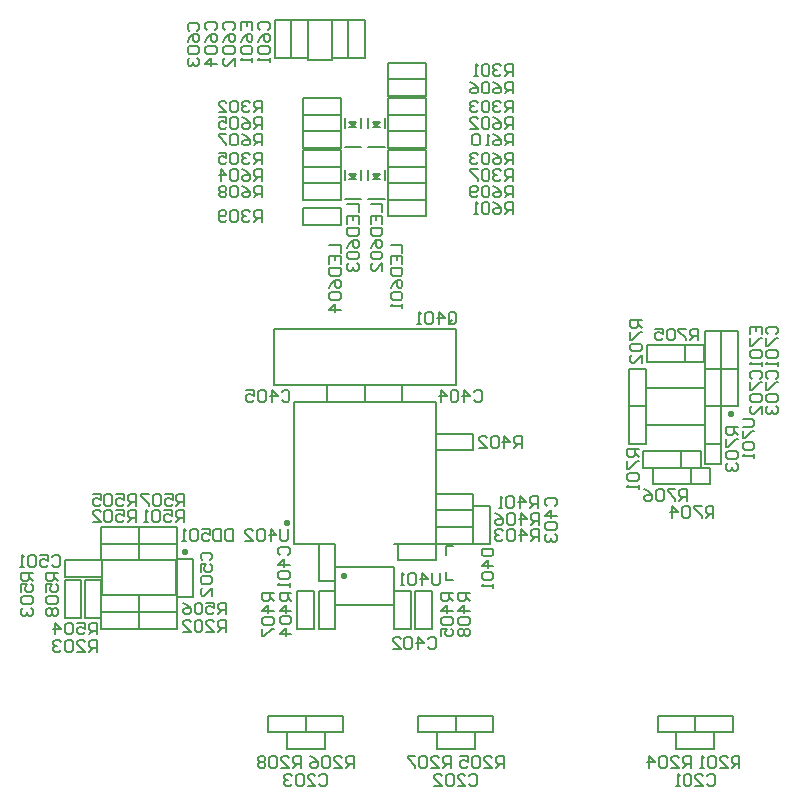
<source format=gbo>
G04*
G04 #@! TF.GenerationSoftware,Altium Limited,Altium Designer,22.1.2 (22)*
G04*
G04 Layer_Color=32896*
%FSAX44Y44*%
%MOMM*%
G71*
G04*
G04 #@! TF.SameCoordinates,84EC4855-0AA3-41C5-BBCE-46EE62212C49*
G04*
G04*
G04 #@! TF.FilePolarity,Positive*
G04*
G01*
G75*
%ADD10C,0.1530*%
%ADD12C,0.2000*%
%ADD13C,0.2540*%
G36*
X00457000Y00525000D02*
X00463000D01*
X00463000Y00524000D01*
X00460000Y00521000D01*
X00457000Y00525000D01*
D02*
G37*
G36*
X00477000Y00525000D02*
X00483000D01*
Y00524000D01*
X00480000Y00521000D01*
X00477000Y00525000D01*
D02*
G37*
G36*
X00457000Y00569000D02*
X00463000D01*
X00463000Y00568000D01*
X00460000Y00565000D01*
X00457000Y00569000D01*
D02*
G37*
G36*
X00477000D02*
X00483000D01*
X00483000Y00568000D01*
X00480000Y00565000D01*
X00477000Y00569000D01*
D02*
G37*
D10*
X00310000Y00168000D02*
Y00198000D01*
X00248000D02*
X00310000D01*
X00248000Y00168000D02*
Y00198000D01*
Y00168000D02*
X00310000D01*
X00422000Y00655000D02*
X00442000D01*
X00422000Y00621000D02*
Y00655000D01*
Y00621000D02*
X00442000D01*
Y00655000D01*
X00445000Y00160000D02*
X00495000D01*
X00445000Y00192000D02*
X00495000D01*
Y00160000D02*
Y00192000D01*
X00445000Y00160000D02*
Y00192000D01*
X00431000Y00180000D02*
Y00212000D01*
Y00180000D02*
X00445000Y00180000D01*
Y00212000D01*
X00431000Y00212000D02*
X00445000Y00212000D01*
X00279000Y00212000D02*
Y00226000D01*
X00311000D01*
Y00212000D02*
Y00226000D01*
X00279000Y00212000D02*
X00311000D01*
X00531000Y00038000D02*
X00563000D01*
Y00052000D01*
X00531000D02*
X00563000D01*
X00531000Y00038000D02*
Y00052000D01*
X00404000Y00038000D02*
X00436000D01*
Y00052000D01*
X00404000D02*
X00436000D01*
X00404000Y00038000D02*
Y00052000D01*
X00734000Y00038000D02*
X00766000Y00038000D01*
X00766000Y00052000D01*
X00734000D02*
X00766000D01*
X00734000Y00038000D02*
X00734000Y00052000D01*
X00438000Y00332000D02*
X00438000Y00346000D01*
X00470000D01*
Y00332000D02*
Y00346000D01*
X00438000Y00332000D02*
X00470000Y00332000D01*
X00393000Y00346000D02*
X00547000D01*
X00393000D02*
Y00394000D01*
X00547000Y00394000D01*
X00547000Y00346000D02*
X00547000Y00394000D01*
X00418000Y00482000D02*
Y00496000D01*
X00450000D01*
Y00482000D02*
Y00496000D01*
X00418000Y00482000D02*
X00450000D01*
X00495000Y00212000D02*
X00530000D01*
X00410000D02*
X00445000D01*
X00530000Y00212000D02*
Y00332000D01*
X00247000Y00140000D02*
Y00154000D01*
X00279000D01*
Y00140000D02*
Y00154000D01*
X00247000Y00140000D02*
X00279000D01*
X00216000Y00184000D02*
X00248000D01*
Y00198000D01*
X00216000D02*
X00248000D01*
X00216000Y00184000D02*
Y00198000D01*
X00279000Y00198000D02*
X00311000D01*
X00311000Y00212000D02*
X00311000Y00198000D01*
X00279000Y00212000D02*
X00311000D01*
X00279000Y00198000D02*
X00279000Y00212000D01*
X00279000Y00168000D02*
X00311000D01*
X00279000D02*
X00279000Y00154000D01*
X00311000D01*
X00311000Y00168000D01*
X00311000Y00140000D02*
Y00154000D01*
X00279000Y00140000D02*
X00311000D01*
X00279000D02*
Y00154000D01*
X00311000D01*
X00247000Y00154000D02*
X00279000D01*
X00279000Y00168000D02*
X00279000Y00154000D01*
X00247000Y00168000D02*
X00279000D01*
X00247000Y00154000D02*
X00247000Y00168000D01*
X00247000Y00149000D02*
Y00181000D01*
X00233000Y00181000D02*
X00247000Y00181000D01*
X00233000Y00149000D02*
Y00181000D01*
Y00149000D02*
X00247000Y00149000D01*
X00216000Y00149000D02*
Y00181000D01*
Y00149000D02*
X00230000Y00149000D01*
X00230000Y00181000D02*
X00230000Y00149000D01*
X00216000Y00181000D02*
X00230000D01*
X00325000Y00167000D02*
Y00199000D01*
X00311000D02*
X00325000D01*
X00311000Y00167000D02*
Y00199000D01*
Y00167000D02*
X00325000D01*
X00247000Y00226000D02*
X00279000D01*
X00247000Y00212000D02*
X00247000Y00226000D01*
X00247000Y00212000D02*
X00279000Y00212000D01*
Y00226000D01*
X00247000Y00212000D02*
X00279000D01*
X00247000D02*
X00247000Y00198000D01*
X00279000D01*
X00279000Y00212000D01*
X00410000Y00332000D02*
X00530000D01*
X00410000Y00212000D02*
Y00332000D01*
X00579000Y00052000D02*
Y00066000D01*
X00547000Y00052000D02*
X00579000D01*
X00547000D02*
Y00066000D01*
X00579000D01*
X00515000Y00052000D02*
Y00066000D01*
X00547000D01*
Y00052000D02*
Y00066000D01*
X00515000Y00052000D02*
X00547000D01*
X00388000D02*
Y00066000D01*
X00420000D01*
Y00052000D02*
Y00066000D01*
X00388000Y00052000D02*
X00420000D01*
X00452000D02*
Y00066000D01*
X00420000Y00052000D02*
X00452000D01*
X00420000D02*
Y00066000D01*
X00452000D01*
X00782000Y00066000D02*
X00782000Y00052000D01*
X00750000D02*
X00782000D01*
X00750000D02*
Y00066000D01*
X00782000D01*
X00718000Y00052000D02*
X00750000D01*
Y00066000D01*
X00718000D02*
X00750000D01*
X00718000Y00052000D02*
Y00066000D01*
X00539000Y00209500D02*
X00545000D01*
X00539000Y00202000D02*
Y00209500D01*
Y00181000D02*
X00545000D01*
X00539000Y00188000D02*
X00539000Y00181000D01*
X00498000Y00198000D02*
Y00212000D01*
X00530000D01*
Y00198000D02*
Y00212000D01*
X00498000Y00198000D02*
X00530000Y00198000D01*
X00530000Y00226000D02*
X00530000Y00240000D01*
X00562000D01*
X00562000Y00226000D02*
X00562000Y00240000D01*
X00530000Y00226000D02*
X00562000Y00226000D01*
X00530000Y00240000D02*
X00562000D01*
Y00254000D01*
X00530000D02*
X00562000D01*
X00530000Y00240000D02*
Y00254000D01*
X00562000Y00244000D02*
X00576000Y00244000D01*
X00576000Y00212000D02*
X00576000Y00244000D01*
X00562000Y00212000D02*
X00576000Y00212000D01*
X00562000Y00212000D02*
Y00244000D01*
Y00212000D02*
Y00226000D01*
X00530000Y00212000D02*
X00562000D01*
X00530000D02*
Y00226000D01*
X00562000D01*
X00530000Y00291000D02*
Y00305000D01*
X00562000D01*
X00562000Y00291000D01*
X00530000D02*
X00562000D01*
X00502000Y00332000D02*
Y00346000D01*
X00470000Y00332000D02*
X00502000D01*
X00470000D02*
X00470000Y00346000D01*
X00502000D01*
X00708000Y00344000D02*
X00758000D01*
X00708000Y00312000D02*
X00758000D01*
X00708000D02*
Y00344000D01*
X00758000Y00312000D02*
Y00344000D01*
X00694000Y00296000D02*
Y00328000D01*
Y00296000D02*
X00708000D01*
Y00328000D01*
X00694000D02*
X00708000D01*
Y00328000D02*
Y00360000D01*
X00694000D02*
X00708000D01*
X00694000Y00328000D02*
Y00360000D01*
Y00328000D02*
X00708000D01*
X00772000Y00360000D02*
X00786000D01*
X00772000D02*
Y00392000D01*
X00786000Y00392000D01*
Y00360000D02*
Y00392000D01*
X00758000Y00360000D02*
Y00392000D01*
X00772000Y00392000D01*
X00758000Y00360000D02*
X00772000Y00360000D01*
X00772000Y00392000D01*
X00709000Y00366000D02*
X00709000Y00380000D01*
X00741000D01*
X00741000Y00366000D02*
X00741000Y00380000D01*
X00709000Y00366000D02*
X00741000Y00366000D01*
X00757500Y00380000D02*
X00757500Y00366000D01*
X00741000D02*
X00757500D01*
X00741000Y00380000D02*
X00757500D01*
X00786000Y00328000D02*
Y00360000D01*
X00772000D02*
X00786000D01*
X00772000Y00328000D02*
Y00360000D01*
Y00328000D02*
X00786000D01*
X00758000Y00328000D02*
X00772000Y00328000D01*
Y00296000D02*
Y00328000D01*
X00758000Y00296000D02*
X00772000Y00296000D01*
X00758000Y00296000D02*
Y00328000D01*
Y00279500D02*
X00772000D01*
X00758000D02*
Y00296000D01*
X00772000Y00279500D02*
X00772000Y00296000D01*
X00714000Y00262000D02*
Y00276000D01*
X00746000D01*
Y00262000D02*
Y00276000D01*
X00714000Y00262000D02*
X00746000D01*
X00762500D02*
Y00276000D01*
X00746000Y00262000D02*
X00762500D01*
X00746000Y00276000D02*
X00762500D01*
X00706000Y00276000D02*
Y00290000D01*
X00738000Y00290000D01*
X00738000Y00276000D01*
X00706000D02*
X00738000D01*
X00754500D02*
X00754500Y00290000D01*
X00738000Y00276000D02*
X00754500D01*
X00738000Y00290000D02*
X00754500Y00290000D01*
X00490000Y00605000D02*
Y00619000D01*
X00522000D01*
Y00605000D02*
Y00619000D01*
X00490000Y00605000D02*
X00522000D01*
X00522000Y00591000D02*
Y00605000D01*
X00490000Y00591000D02*
X00522000D01*
X00490000D02*
Y00605000D01*
X00522000D01*
X00408000Y00655000D02*
X00422000Y00655000D01*
Y00623000D02*
Y00655000D01*
X00408000Y00623000D02*
X00422000D01*
X00408000D02*
Y00655000D01*
X00394000Y00655000D02*
X00408000D01*
Y00623000D02*
Y00655000D01*
X00394000Y00623000D02*
X00408000Y00623000D01*
X00394000Y00623000D02*
X00394000Y00655000D01*
X00418000Y00503000D02*
X00450000D01*
X00450000Y00517000D01*
X00418000D02*
X00450000D01*
X00418000D02*
X00418000Y00503000D01*
X00490000Y00561000D02*
X00522000D01*
X00490000Y00547000D02*
Y00561000D01*
Y00547000D02*
X00522000D01*
Y00561000D01*
X00490000Y00575000D02*
X00522000D01*
X00490000Y00561000D02*
Y00575000D01*
Y00561000D02*
X00522000D01*
Y00575000D01*
X00477000Y00569000D02*
X00480000Y00565000D01*
X00477000Y00569000D02*
X00483000D01*
X00480000Y00565000D02*
X00483000Y00569000D01*
X00477000Y00565000D02*
X00483000D01*
X00487000Y00564000D02*
Y00572000D01*
X00473000Y00564000D02*
Y00572000D01*
X00418000Y00547000D02*
X00450000D01*
Y00561000D01*
X00418000D02*
X00450000D01*
X00418000Y00547000D02*
Y00561000D01*
X00758000Y00328000D02*
X00772000D01*
X00758000D02*
Y00360000D01*
X00772000D01*
Y00328000D02*
Y00360000D01*
X00450000Y00531000D02*
Y00545000D01*
X00418000Y00531000D02*
X00450000D01*
X00418000D02*
Y00545000D01*
X00450000D01*
X00418000Y00517000D02*
Y00531000D01*
X00450000D01*
Y00517000D02*
Y00531000D01*
X00418000Y00517000D02*
X00450000D01*
X00453000Y00528000D02*
X00453000Y00520000D01*
X00467000D02*
Y00528000D01*
X00457000Y00521000D02*
X00463000D01*
X00460000Y00521000D02*
X00463000Y00525000D01*
X00457000D02*
X00463000D01*
X00457000D02*
X00460000Y00521000D01*
X00490000Y00517000D02*
Y00531000D01*
X00522000D01*
Y00517000D02*
Y00531000D01*
X00490000Y00517000D02*
X00522000D01*
Y00503000D02*
Y00517000D01*
X00490000Y00503000D02*
X00522000D01*
X00490000D02*
Y00517000D01*
X00522000D01*
X00473000Y00520000D02*
Y00528000D01*
X00487000Y00520000D02*
Y00528000D01*
X00477000Y00521000D02*
X00483000D01*
X00480000Y00521000D02*
X00483000Y00525000D01*
X00477000D02*
X00483000D01*
X00477000D02*
X00480000Y00521000D01*
X00522000Y00531000D02*
Y00545000D01*
X00490000Y00531000D02*
X00522000D01*
X00490000D02*
Y00545000D01*
X00522000D01*
X00418000Y00561000D02*
Y00575000D01*
X00450000D01*
Y00561000D02*
Y00575000D01*
X00418000Y00561000D02*
X00450000D01*
Y00575000D02*
Y00589000D01*
X00418000Y00575000D02*
X00450000D01*
X00418000D02*
Y00589000D01*
X00450000D01*
X00490000Y00575000D02*
Y00589000D01*
X00522000D01*
Y00575000D02*
Y00589000D01*
X00490000Y00575000D02*
X00522000D01*
X00453000Y00564000D02*
Y00572000D01*
X00467000Y00564000D02*
Y00572000D01*
X00457000Y00565000D02*
X00463000D01*
X00460000Y00565000D02*
X00463000Y00569000D01*
X00457000D02*
X00463000D01*
X00457000D02*
X00460000Y00565000D01*
X00522000Y00489000D02*
Y00503000D01*
X00490000Y00489000D02*
X00522000D01*
X00490000D02*
Y00503000D01*
X00522000D01*
X00456000Y00623000D02*
Y00655000D01*
X00442000Y00623000D02*
X00456000D01*
X00442000Y00655000D02*
X00456000Y00655000D01*
X00442000Y00623000D02*
X00442000Y00655000D01*
X00470000Y00623000D02*
Y00655000D01*
X00456000D02*
X00470000D01*
X00456000Y00623000D02*
Y00655000D01*
Y00623000D02*
X00470000Y00623000D01*
X00413000Y00172000D02*
X00427000D01*
Y00140000D02*
Y00172000D01*
X00413000Y00140000D02*
X00427000D01*
X00413000D02*
Y00172000D01*
X00431000Y00140000D02*
X00445000D01*
X00431000D02*
X00431000Y00172000D01*
X00445000Y00172000D01*
X00445000Y00140000D02*
X00445000Y00172000D01*
X00513000Y00171750D02*
X00527000D01*
Y00139750D02*
Y00171750D01*
X00513000Y00139750D02*
X00527000Y00139750D01*
X00513000Y00139750D02*
Y00171750D01*
X00495000Y00140000D02*
X00509000Y00140000D01*
X00495000Y00172000D02*
X00495000Y00140000D01*
X00495000Y00172000D02*
X00509000Y00172000D01*
Y00140000D02*
Y00172000D01*
D12*
X00473000Y00548000D02*
X00487000D01*
X00453000Y00504000D02*
X00467000Y00504000D01*
X00473000D02*
X00487000D01*
X00453000Y00548000D02*
X00467000D01*
X00383000Y00577002D02*
Y00586998D01*
X00378002D01*
X00376335Y00585332D01*
Y00582000D01*
X00378002Y00580334D01*
X00383000D01*
X00379668D02*
X00376335Y00577002D01*
X00373003Y00585332D02*
X00371337Y00586998D01*
X00368005D01*
X00366339Y00585332D01*
Y00583666D01*
X00368005Y00582000D01*
X00369671D01*
X00368005D01*
X00366339Y00580334D01*
Y00578668D01*
X00368005Y00577002D01*
X00371337D01*
X00373003Y00578668D01*
X00363006Y00585332D02*
X00361340Y00586998D01*
X00358008D01*
X00356342Y00585332D01*
Y00578668D01*
X00358008Y00577002D01*
X00361340D01*
X00363006Y00578668D01*
Y00585332D01*
X00346345Y00577002D02*
X00353010D01*
X00346345Y00583666D01*
Y00585332D01*
X00348011Y00586998D01*
X00351343D01*
X00353010Y00585332D01*
X00243000Y00135002D02*
Y00144998D01*
X00238002D01*
X00236336Y00143332D01*
Y00140000D01*
X00238002Y00138334D01*
X00243000D01*
X00239668D02*
X00236336Y00135002D01*
X00226339Y00144998D02*
X00233003D01*
Y00140000D01*
X00229671Y00141666D01*
X00228005D01*
X00226339Y00140000D01*
Y00136668D01*
X00228005Y00135002D01*
X00231337D01*
X00233003Y00136668D01*
X00223006Y00143332D02*
X00221340Y00144998D01*
X00218008D01*
X00216342Y00143332D01*
Y00136668D01*
X00218008Y00135002D01*
X00221340D01*
X00223006Y00136668D01*
Y00143332D01*
X00208011Y00135002D02*
Y00144998D01*
X00213010Y00140000D01*
X00206345D01*
X00544998Y00170000D02*
X00535002D01*
Y00165002D01*
X00536668Y00163335D01*
X00540000D01*
X00541666Y00165002D01*
Y00170000D01*
Y00166668D02*
X00544998Y00163335D01*
Y00155005D02*
X00535002D01*
X00540000Y00160003D01*
Y00153339D01*
X00536668Y00150006D02*
X00535002Y00148340D01*
Y00145008D01*
X00536668Y00143342D01*
X00543332D01*
X00544998Y00145008D01*
Y00148340D01*
X00543332Y00150006D01*
X00536668D01*
X00535002Y00133345D02*
Y00140010D01*
X00540000D01*
X00538334Y00136677D01*
Y00135011D01*
X00540000Y00133345D01*
X00543332D01*
X00544998Y00135011D01*
Y00138343D01*
X00543332Y00140010D01*
X00811668Y00351663D02*
X00810002Y00353329D01*
Y00356661D01*
X00811668Y00358327D01*
X00818332D01*
X00819998Y00356661D01*
Y00353329D01*
X00818332Y00351663D01*
X00810002Y00348331D02*
Y00341666D01*
X00811668D01*
X00818332Y00348331D01*
X00819998D01*
X00811668Y00338334D02*
X00810002Y00336668D01*
Y00333335D01*
X00811668Y00331669D01*
X00818332D01*
X00819998Y00333335D01*
Y00336668D01*
X00818332Y00338334D01*
X00811668D01*
Y00328337D02*
X00810002Y00326671D01*
Y00323339D01*
X00811668Y00321673D01*
X00813334D01*
X00815000Y00323339D01*
Y00325005D01*
Y00323339D01*
X00816666Y00321673D01*
X00818332D01*
X00819998Y00323339D01*
Y00326671D01*
X00818332Y00328337D01*
X00704998Y00401327D02*
X00695002D01*
Y00396329D01*
X00696668Y00394663D01*
X00700000D01*
X00701666Y00396329D01*
Y00401327D01*
Y00397995D02*
X00704998Y00394663D01*
X00695002Y00391331D02*
Y00384666D01*
X00696668D01*
X00703332Y00391331D01*
X00704998D01*
X00696668Y00381334D02*
X00695002Y00379668D01*
Y00376335D01*
X00696668Y00374669D01*
X00703332D01*
X00704998Y00376335D01*
Y00379668D01*
X00703332Y00381334D01*
X00696668D01*
X00704998Y00364673D02*
Y00371337D01*
X00698334Y00364673D01*
X00696668D01*
X00695002Y00366339D01*
Y00369671D01*
X00696668Y00371337D01*
X00701998Y00291661D02*
X00692002D01*
Y00286663D01*
X00693668Y00284997D01*
X00697000D01*
X00698666Y00286663D01*
Y00291661D01*
Y00288329D02*
X00701998Y00284997D01*
X00692002Y00281665D02*
Y00275000D01*
X00693668D01*
X00700332Y00281665D01*
X00701998D01*
X00693668Y00271668D02*
X00692002Y00270002D01*
Y00266669D01*
X00693668Y00265003D01*
X00700332D01*
X00701998Y00266669D01*
Y00270002D01*
X00700332Y00271668D01*
X00693668D01*
X00701998Y00261671D02*
Y00258339D01*
Y00260005D01*
X00692002D01*
X00693668Y00261671D01*
X00595661Y00593002D02*
Y00602998D01*
X00590663D01*
X00588997Y00601332D01*
Y00598000D01*
X00590663Y00596334D01*
X00595661D01*
X00592329D02*
X00588997Y00593002D01*
X00579000Y00602998D02*
X00582332Y00601332D01*
X00585664Y00598000D01*
Y00594668D01*
X00583998Y00593002D01*
X00580666D01*
X00579000Y00594668D01*
Y00596334D01*
X00580666Y00598000D01*
X00585664D01*
X00575668Y00601332D02*
X00574002Y00602998D01*
X00570669D01*
X00569003Y00601332D01*
Y00594668D01*
X00570669Y00593002D01*
X00574002D01*
X00575668Y00594668D01*
Y00601332D01*
X00559007Y00602998D02*
X00562339Y00601332D01*
X00565671Y00598000D01*
Y00594668D01*
X00564005Y00593002D01*
X00560673D01*
X00559007Y00594668D01*
Y00596334D01*
X00560673Y00598000D01*
X00565671D01*
X00383000Y00484002D02*
Y00493998D01*
X00378002D01*
X00376335Y00492332D01*
Y00489000D01*
X00378002Y00487334D01*
X00383000D01*
X00379668D02*
X00376335Y00484002D01*
X00373003Y00492332D02*
X00371337Y00493998D01*
X00368005D01*
X00366339Y00492332D01*
Y00490666D01*
X00368005Y00489000D01*
X00369671D01*
X00368005D01*
X00366339Y00487334D01*
Y00485668D01*
X00368005Y00484002D01*
X00371337D01*
X00373003Y00485668D01*
X00363006Y00492332D02*
X00361340Y00493998D01*
X00358008D01*
X00356342Y00492332D01*
Y00485668D01*
X00358008Y00484002D01*
X00361340D01*
X00363006Y00485668D01*
Y00492332D01*
X00353010Y00485668D02*
X00351343Y00484002D01*
X00348011D01*
X00346345Y00485668D01*
Y00492332D01*
X00348011Y00493998D01*
X00351343D01*
X00353010Y00492332D01*
Y00490666D01*
X00351343Y00489000D01*
X00346345D01*
X00595661Y00608002D02*
Y00617998D01*
X00590663D01*
X00588997Y00616332D01*
Y00613000D01*
X00590663Y00611334D01*
X00595661D01*
X00592329D02*
X00588997Y00608002D01*
X00585664Y00616332D02*
X00583998Y00617998D01*
X00580666D01*
X00579000Y00616332D01*
Y00614666D01*
X00580666Y00613000D01*
X00582332D01*
X00580666D01*
X00579000Y00611334D01*
Y00609668D01*
X00580666Y00608002D01*
X00583998D01*
X00585664Y00609668D01*
X00575668Y00616332D02*
X00574002Y00617998D01*
X00570669D01*
X00569003Y00616332D01*
Y00609668D01*
X00570669Y00608002D01*
X00574002D01*
X00575668Y00609668D01*
Y00616332D01*
X00565671Y00608002D02*
X00562339D01*
X00564005D01*
Y00617998D01*
X00565671Y00616332D01*
X00243000Y00120002D02*
Y00129998D01*
X00238002D01*
X00236336Y00128332D01*
Y00125000D01*
X00238002Y00123334D01*
X00243000D01*
X00239668D02*
X00236336Y00120002D01*
X00226339D02*
X00233003D01*
X00226339Y00126666D01*
Y00128332D01*
X00228005Y00129998D01*
X00231337D01*
X00233003Y00128332D01*
X00223006D02*
X00221340Y00129998D01*
X00218008D01*
X00216342Y00128332D01*
Y00121668D01*
X00218008Y00120002D01*
X00221340D01*
X00223006Y00121668D01*
Y00128332D01*
X00213010D02*
X00211343Y00129998D01*
X00208011D01*
X00206345Y00128332D01*
Y00126666D01*
X00208011Y00125000D01*
X00209677D01*
X00208011D01*
X00206345Y00123334D01*
Y00121668D01*
X00208011Y00120002D01*
X00211343D01*
X00213010Y00121668D01*
X00352655Y00137002D02*
Y00146998D01*
X00347657D01*
X00345990Y00145332D01*
Y00142000D01*
X00347657Y00140334D01*
X00352655D01*
X00349323D02*
X00345990Y00137002D01*
X00335994D02*
X00342658D01*
X00335994Y00143666D01*
Y00145332D01*
X00337660Y00146998D01*
X00340992D01*
X00342658Y00145332D01*
X00332661D02*
X00330995Y00146998D01*
X00327663D01*
X00325997Y00145332D01*
Y00138668D01*
X00327663Y00137002D01*
X00330995D01*
X00332661Y00138668D01*
Y00145332D01*
X00316000Y00137002D02*
X00322664D01*
X00316000Y00143666D01*
Y00145332D01*
X00317666Y00146998D01*
X00320998D01*
X00322664Y00145332D01*
X00796002Y00388997D02*
Y00395661D01*
X00805998D01*
Y00388997D01*
X00801000Y00395661D02*
Y00392329D01*
X00796002Y00385664D02*
Y00379000D01*
X00797668D01*
X00804332Y00385664D01*
X00805998D01*
X00797668Y00375668D02*
X00796002Y00374002D01*
Y00370669D01*
X00797668Y00369003D01*
X00804332D01*
X00805998Y00370669D01*
Y00374002D01*
X00804332Y00375668D01*
X00797668D01*
X00805998Y00365671D02*
Y00362339D01*
Y00364005D01*
X00796002D01*
X00797668Y00365671D01*
X00811668Y00388997D02*
X00810002Y00390663D01*
Y00393995D01*
X00811668Y00395661D01*
X00818332D01*
X00819998Y00393995D01*
Y00390663D01*
X00818332Y00388997D01*
X00810002Y00385664D02*
Y00379000D01*
X00811668D01*
X00818332Y00385664D01*
X00819998D01*
X00811668Y00375668D02*
X00810002Y00374002D01*
Y00370669D01*
X00811668Y00369003D01*
X00818332D01*
X00819998Y00370669D01*
Y00374002D01*
X00818332Y00375668D01*
X00811668D01*
X00819998Y00365671D02*
Y00362339D01*
Y00364005D01*
X00810002D01*
X00811668Y00365671D01*
X00431663Y00015332D02*
X00433329Y00016998D01*
X00436661D01*
X00438327Y00015332D01*
Y00008668D01*
X00436661Y00007002D01*
X00433329D01*
X00431663Y00008668D01*
X00421666Y00007002D02*
X00428331D01*
X00421666Y00013666D01*
Y00015332D01*
X00423332Y00016998D01*
X00426665D01*
X00428331Y00015332D01*
X00418334D02*
X00416668Y00016998D01*
X00413335D01*
X00411669Y00015332D01*
Y00008668D01*
X00413335Y00007002D01*
X00416668D01*
X00418334Y00008668D01*
Y00015332D01*
X00408337D02*
X00406671Y00016998D01*
X00403339D01*
X00401673Y00015332D01*
Y00013666D01*
X00403339Y00012000D01*
X00405005D01*
X00403339D01*
X00401673Y00010334D01*
Y00008668D01*
X00403339Y00007002D01*
X00406671D01*
X00408337Y00008668D01*
X00558663Y00015332D02*
X00560329Y00016998D01*
X00563661D01*
X00565327Y00015332D01*
Y00008668D01*
X00563661Y00007002D01*
X00560329D01*
X00558663Y00008668D01*
X00548666Y00007002D02*
X00555331D01*
X00548666Y00013666D01*
Y00015332D01*
X00550332Y00016998D01*
X00553665D01*
X00555331Y00015332D01*
X00545334D02*
X00543668Y00016998D01*
X00540336D01*
X00538669Y00015332D01*
Y00008668D01*
X00540336Y00007002D01*
X00543668D01*
X00545334Y00008668D01*
Y00015332D01*
X00528673Y00007002D02*
X00535337D01*
X00528673Y00013666D01*
Y00015332D01*
X00530339Y00016998D01*
X00533671D01*
X00535337Y00015332D01*
X00759997D02*
X00761663Y00016998D01*
X00764995D01*
X00766661Y00015332D01*
Y00008668D01*
X00764995Y00007002D01*
X00761663D01*
X00759997Y00008668D01*
X00750000Y00007002D02*
X00756665D01*
X00750000Y00013666D01*
Y00015332D01*
X00751666Y00016998D01*
X00754998D01*
X00756665Y00015332D01*
X00746668D02*
X00745002Y00016998D01*
X00741669D01*
X00740003Y00015332D01*
Y00008668D01*
X00741669Y00007002D01*
X00745002D01*
X00746668Y00008668D01*
Y00015332D01*
X00736671Y00007002D02*
X00733339D01*
X00735005D01*
Y00016998D01*
X00736671Y00015332D01*
X00617327Y00228002D02*
Y00237998D01*
X00612329D01*
X00610663Y00236332D01*
Y00233000D01*
X00612329Y00231334D01*
X00617327D01*
X00613995D02*
X00610663Y00228002D01*
X00602332D02*
Y00237998D01*
X00607331Y00233000D01*
X00600666D01*
X00597334Y00236332D02*
X00595668Y00237998D01*
X00592336D01*
X00590669Y00236332D01*
Y00229668D01*
X00592336Y00228002D01*
X00595668D01*
X00597334Y00229668D01*
Y00236332D01*
X00580673Y00237998D02*
X00584005Y00236332D01*
X00587337Y00233000D01*
Y00229668D01*
X00585671Y00228002D01*
X00582339D01*
X00580673Y00229668D01*
Y00231334D01*
X00582339Y00233000D01*
X00587337D01*
X00603327Y00293002D02*
Y00302998D01*
X00598329D01*
X00596663Y00301332D01*
Y00298000D01*
X00598329Y00296334D01*
X00603327D01*
X00599995D02*
X00596663Y00293002D01*
X00588332D02*
Y00302998D01*
X00593331Y00298000D01*
X00586666D01*
X00583334Y00301332D02*
X00581668Y00302998D01*
X00578335D01*
X00576669Y00301332D01*
Y00294668D01*
X00578335Y00293002D01*
X00581668D01*
X00583334Y00294668D01*
Y00301332D01*
X00566673Y00293002D02*
X00573337D01*
X00566673Y00299666D01*
Y00301332D01*
X00568339Y00302998D01*
X00571671D01*
X00573337Y00301332D01*
X00569002Y00207661D02*
X00578998D01*
Y00202663D01*
X00577332Y00200997D01*
X00570668D01*
X00569002Y00202663D01*
Y00207661D01*
X00578998Y00192666D02*
X00569002D01*
X00574000Y00197665D01*
Y00191000D01*
X00570668Y00187668D02*
X00569002Y00186002D01*
Y00182669D01*
X00570668Y00181003D01*
X00577332D01*
X00578998Y00182669D01*
Y00186002D01*
X00577332Y00187668D01*
X00570668D01*
X00578998Y00177671D02*
Y00174339D01*
Y00176005D01*
X00569002D01*
X00570668Y00177671D01*
X00399663Y00340332D02*
X00401329Y00341998D01*
X00404661D01*
X00406327Y00340332D01*
Y00333668D01*
X00404661Y00332002D01*
X00401329D01*
X00399663Y00333668D01*
X00391332Y00332002D02*
Y00341998D01*
X00396331Y00337000D01*
X00389666D01*
X00386334Y00340332D02*
X00384668Y00341998D01*
X00381335D01*
X00379669Y00340332D01*
Y00333668D01*
X00381335Y00332002D01*
X00384668D01*
X00386334Y00333668D01*
Y00340332D01*
X00369673Y00341998D02*
X00376337D01*
Y00337000D01*
X00373005Y00338666D01*
X00371339D01*
X00369673Y00337000D01*
Y00333668D01*
X00371339Y00332002D01*
X00374671D01*
X00376337Y00333668D01*
X00405327Y00223998D02*
Y00215668D01*
X00403661Y00214002D01*
X00400329D01*
X00398663Y00215668D01*
Y00223998D01*
X00390332Y00214002D02*
Y00223998D01*
X00395331Y00219000D01*
X00388666D01*
X00385334Y00222332D02*
X00383668Y00223998D01*
X00380336D01*
X00378669Y00222332D01*
Y00215668D01*
X00380336Y00214002D01*
X00383668D01*
X00385334Y00215668D01*
Y00222332D01*
X00368673Y00214002D02*
X00375337D01*
X00368673Y00220666D01*
Y00222332D01*
X00370339Y00223998D01*
X00373671D01*
X00375337Y00222332D01*
X00533661Y00186998D02*
Y00178668D01*
X00531995Y00177002D01*
X00528663D01*
X00526997Y00178668D01*
Y00186998D01*
X00518666Y00177002D02*
Y00186998D01*
X00523665Y00182000D01*
X00517000D01*
X00513668Y00185332D02*
X00512002Y00186998D01*
X00508669D01*
X00507003Y00185332D01*
Y00178668D01*
X00508669Y00177002D01*
X00512002D01*
X00513668Y00178668D01*
Y00185332D01*
X00503671Y00177002D02*
X00500339D01*
X00502005D01*
Y00186998D01*
X00503671Y00185332D01*
X00276327Y00230002D02*
Y00239998D01*
X00271329D01*
X00269663Y00238332D01*
Y00235000D01*
X00271329Y00233334D01*
X00276327D01*
X00272995D02*
X00269663Y00230002D01*
X00259666Y00239998D02*
X00266331D01*
Y00235000D01*
X00262998Y00236666D01*
X00261332D01*
X00259666Y00235000D01*
Y00231668D01*
X00261332Y00230002D01*
X00264664D01*
X00266331Y00231668D01*
X00256334Y00238332D02*
X00254668Y00239998D01*
X00251336D01*
X00249669Y00238332D01*
Y00231668D01*
X00251336Y00230002D01*
X00254668D01*
X00256334Y00231668D01*
Y00238332D01*
X00239673Y00230002D02*
X00246337D01*
X00239673Y00236666D01*
Y00238332D01*
X00241339Y00239998D01*
X00244671D01*
X00246337Y00238332D01*
X00316661Y00230002D02*
Y00239998D01*
X00311663D01*
X00309997Y00238332D01*
Y00235000D01*
X00311663Y00233334D01*
X00316661D01*
X00313329D02*
X00309997Y00230002D01*
X00300000Y00239998D02*
X00306665D01*
Y00235000D01*
X00303332Y00236666D01*
X00301666D01*
X00300000Y00235000D01*
Y00231668D01*
X00301666Y00230002D01*
X00304998D01*
X00306665Y00231668D01*
X00296668Y00238332D02*
X00295002Y00239998D01*
X00291669D01*
X00290003Y00238332D01*
Y00231668D01*
X00291669Y00230002D01*
X00295002D01*
X00296668Y00231668D01*
Y00238332D01*
X00286671Y00230002D02*
X00283339D01*
X00285005D01*
Y00239998D01*
X00286671Y00238332D01*
X00188998Y00187327D02*
X00179002D01*
Y00182329D01*
X00180668Y00180663D01*
X00184000D01*
X00185666Y00182329D01*
Y00187327D01*
Y00183995D02*
X00188998Y00180663D01*
X00179002Y00170666D02*
Y00177331D01*
X00184000D01*
X00182334Y00173998D01*
Y00172332D01*
X00184000Y00170666D01*
X00187332D01*
X00188998Y00172332D01*
Y00175665D01*
X00187332Y00177331D01*
X00180668Y00167334D02*
X00179002Y00165668D01*
Y00162335D01*
X00180668Y00160669D01*
X00187332D01*
X00188998Y00162335D01*
Y00165668D01*
X00187332Y00167334D01*
X00180668D01*
Y00157337D02*
X00179002Y00155671D01*
Y00152339D01*
X00180668Y00150673D01*
X00182334D01*
X00184000Y00152339D01*
Y00154005D01*
Y00152339D01*
X00185666Y00150673D01*
X00187332D01*
X00188998Y00152339D01*
Y00155671D01*
X00187332Y00157337D01*
X00558998Y00170000D02*
X00549002D01*
Y00165002D01*
X00550668Y00163335D01*
X00554000D01*
X00555666Y00165002D01*
Y00170000D01*
Y00166668D02*
X00558998Y00163335D01*
Y00155005D02*
X00549002D01*
X00554000Y00160003D01*
Y00153339D01*
X00550668Y00150007D02*
X00549002Y00148340D01*
Y00145008D01*
X00550668Y00143342D01*
X00557332D01*
X00558998Y00145008D01*
Y00148340D01*
X00557332Y00150007D01*
X00550668D01*
Y00140010D02*
X00549002Y00138343D01*
Y00135011D01*
X00550668Y00133345D01*
X00552334D01*
X00554000Y00135011D01*
X00555666Y00133345D01*
X00557332D01*
X00558998Y00135011D01*
Y00138343D01*
X00557332Y00140010D01*
X00555666D01*
X00554000Y00138343D01*
X00552334Y00140010D01*
X00550668D01*
X00554000Y00138343D02*
Y00135011D01*
X00392998Y00170000D02*
X00383002D01*
Y00165002D01*
X00384668Y00163335D01*
X00388000D01*
X00389666Y00165002D01*
Y00170000D01*
Y00166668D02*
X00392998Y00163335D01*
Y00155005D02*
X00383002D01*
X00388000Y00160003D01*
Y00153339D01*
X00384668Y00150006D02*
X00383002Y00148340D01*
Y00145008D01*
X00384668Y00143342D01*
X00391332D01*
X00392998Y00145008D01*
Y00148340D01*
X00391332Y00150006D01*
X00384668D01*
X00383002Y00140010D02*
Y00133345D01*
X00384668D01*
X00391332Y00140010D01*
X00392998D01*
X00407998Y00170192D02*
X00398002D01*
Y00165194D01*
X00399668Y00163527D01*
X00403000D01*
X00404666Y00165194D01*
Y00170192D01*
Y00166860D02*
X00407998Y00163527D01*
Y00155197D02*
X00398002D01*
X00403000Y00160195D01*
Y00153531D01*
X00399668Y00150198D02*
X00398002Y00148532D01*
Y00145200D01*
X00399668Y00143534D01*
X00406332D01*
X00407998Y00145200D01*
Y00148532D01*
X00406332Y00150198D01*
X00399668D01*
X00407998Y00135203D02*
X00398002D01*
X00403000Y00140202D01*
Y00133537D01*
X00617327Y00214002D02*
Y00223998D01*
X00612329D01*
X00610663Y00222332D01*
Y00219000D01*
X00612329Y00217334D01*
X00617327D01*
X00613995D02*
X00610663Y00214002D01*
X00602332D02*
Y00223998D01*
X00607331Y00219000D01*
X00600666D01*
X00597334Y00222332D02*
X00595668Y00223998D01*
X00592336D01*
X00590669Y00222332D01*
Y00215668D01*
X00592336Y00214002D01*
X00595668D01*
X00597334Y00215668D01*
Y00222332D01*
X00587337D02*
X00585671Y00223998D01*
X00582339D01*
X00580673Y00222332D01*
Y00220666D01*
X00582339Y00219000D01*
X00584005D01*
X00582339D01*
X00580673Y00217334D01*
Y00215668D01*
X00582339Y00214002D01*
X00585671D01*
X00587337Y00215668D01*
X00616661Y00242002D02*
Y00251998D01*
X00611663D01*
X00609997Y00250332D01*
Y00247000D01*
X00611663Y00245334D01*
X00616661D01*
X00613329D02*
X00609997Y00242002D01*
X00601666D02*
Y00251998D01*
X00606665Y00247000D01*
X00600000D01*
X00596668Y00250332D02*
X00595002Y00251998D01*
X00591669D01*
X00590003Y00250332D01*
Y00243668D01*
X00591669Y00242002D01*
X00595002D01*
X00596668Y00243668D01*
Y00250332D01*
X00586671Y00242002D02*
X00583339D01*
X00585005D01*
Y00251998D01*
X00586671Y00250332D01*
X00540997Y00399668D02*
Y00406332D01*
X00542663Y00407998D01*
X00545995D01*
X00547661Y00406332D01*
Y00399668D01*
X00545995Y00398002D01*
X00542663D01*
X00544329Y00401334D02*
X00540997Y00398002D01*
X00542663D02*
X00540997Y00399668D01*
X00532666Y00398002D02*
Y00407998D01*
X00537664Y00403000D01*
X00531000D01*
X00527668Y00406332D02*
X00526002Y00407998D01*
X00522669D01*
X00521003Y00406332D01*
Y00399668D01*
X00522669Y00398002D01*
X00526002D01*
X00527668Y00399668D01*
Y00406332D01*
X00517671Y00398002D02*
X00514339D01*
X00516005D01*
Y00407998D01*
X00517671Y00406332D01*
X00358660Y00223998D02*
Y00214002D01*
X00353661D01*
X00351995Y00215668D01*
Y00222332D01*
X00353661Y00223998D01*
X00358660D01*
X00348663D02*
Y00214002D01*
X00343665D01*
X00341998Y00215668D01*
Y00222332D01*
X00343665Y00223998D01*
X00348663D01*
X00332002D02*
X00338666D01*
Y00219000D01*
X00335334Y00220666D01*
X00333668D01*
X00332002Y00219000D01*
Y00215668D01*
X00333668Y00214002D01*
X00337000D01*
X00338666Y00215668D01*
X00328669Y00222332D02*
X00327003Y00223998D01*
X00323671D01*
X00322005Y00222332D01*
Y00215668D01*
X00323671Y00214002D01*
X00327003D01*
X00328669Y00215668D01*
Y00222332D01*
X00318673Y00214002D02*
X00315340D01*
X00317006D01*
Y00223998D01*
X00318673Y00222332D01*
X00332668Y00197663D02*
X00331002Y00199329D01*
Y00202661D01*
X00332668Y00204328D01*
X00339332D01*
X00340998Y00202661D01*
Y00199329D01*
X00339332Y00197663D01*
X00331002Y00187666D02*
Y00194331D01*
X00336000D01*
X00334334Y00190998D01*
Y00189332D01*
X00336000Y00187666D01*
X00339332D01*
X00340998Y00189332D01*
Y00192665D01*
X00339332Y00194331D01*
X00332668Y00184334D02*
X00331002Y00182668D01*
Y00179335D01*
X00332668Y00177669D01*
X00339332D01*
X00340998Y00179335D01*
Y00182668D01*
X00339332Y00184334D01*
X00332668D01*
X00340998Y00167673D02*
Y00174337D01*
X00334334Y00167673D01*
X00332668D01*
X00331002Y00169339D01*
Y00172671D01*
X00332668Y00174337D01*
X00204997Y00200332D02*
X00206663Y00201998D01*
X00209995D01*
X00211661Y00200332D01*
Y00193668D01*
X00209995Y00192002D01*
X00206663D01*
X00204997Y00193668D01*
X00195000Y00201998D02*
X00201665D01*
Y00197000D01*
X00198332Y00198666D01*
X00196666D01*
X00195000Y00197000D01*
Y00193668D01*
X00196666Y00192002D01*
X00199998D01*
X00201665Y00193668D01*
X00191668Y00200332D02*
X00190002Y00201998D01*
X00186669D01*
X00185003Y00200332D01*
Y00193668D01*
X00186669Y00192002D01*
X00190002D01*
X00191668Y00193668D01*
Y00200332D01*
X00181671Y00192002D02*
X00178339D01*
X00180005D01*
Y00201998D01*
X00181671Y00200332D01*
X00562663Y00340332D02*
X00564329Y00341998D01*
X00567661D01*
X00569327Y00340332D01*
Y00333668D01*
X00567661Y00332002D01*
X00564329D01*
X00562663Y00333668D01*
X00554332Y00332002D02*
Y00341998D01*
X00559331Y00337000D01*
X00552666D01*
X00549334Y00340332D02*
X00547668Y00341998D01*
X00544336D01*
X00542669Y00340332D01*
Y00333668D01*
X00544336Y00332002D01*
X00547668D01*
X00549334Y00333668D01*
Y00340332D01*
X00534339Y00332002D02*
Y00341998D01*
X00539337Y00337000D01*
X00532673D01*
X00624668Y00243663D02*
X00623002Y00245329D01*
Y00248661D01*
X00624668Y00250327D01*
X00631332D01*
X00632998Y00248661D01*
Y00245329D01*
X00631332Y00243663D01*
X00632998Y00235332D02*
X00623002D01*
X00628000Y00240331D01*
Y00233666D01*
X00624668Y00230334D02*
X00623002Y00228668D01*
Y00225335D01*
X00624668Y00223669D01*
X00631332D01*
X00632998Y00225335D01*
Y00228668D01*
X00631332Y00230334D01*
X00624668D01*
Y00220337D02*
X00623002Y00218671D01*
Y00215339D01*
X00624668Y00213673D01*
X00626334D01*
X00628000Y00215339D01*
Y00217005D01*
Y00215339D01*
X00629666Y00213673D01*
X00631332D01*
X00632998Y00215339D01*
Y00218671D01*
X00631332Y00220337D01*
X00523663Y00131332D02*
X00525329Y00132998D01*
X00528661D01*
X00530327Y00131332D01*
Y00124668D01*
X00528661Y00123002D01*
X00525329D01*
X00523663Y00124668D01*
X00515332Y00123002D02*
Y00132998D01*
X00520331Y00128000D01*
X00513666D01*
X00510334Y00131332D02*
X00508668Y00132998D01*
X00505336D01*
X00503669Y00131332D01*
Y00124668D01*
X00505336Y00123002D01*
X00508668D01*
X00510334Y00124668D01*
Y00131332D01*
X00493673Y00123002D02*
X00500337D01*
X00493673Y00129666D01*
Y00131332D01*
X00495339Y00132998D01*
X00498671D01*
X00500337Y00131332D01*
X00398668Y00201997D02*
X00397002Y00203663D01*
Y00206995D01*
X00398668Y00208661D01*
X00405332D01*
X00406998Y00206995D01*
Y00203663D01*
X00405332Y00201997D01*
X00406998Y00193666D02*
X00397002D01*
X00402000Y00198664D01*
Y00192000D01*
X00398668Y00188668D02*
X00397002Y00187002D01*
Y00183669D01*
X00398668Y00182003D01*
X00405332D01*
X00406998Y00183669D01*
Y00187002D01*
X00405332Y00188668D01*
X00398668D01*
X00406998Y00178671D02*
Y00175339D01*
Y00177005D01*
X00397002D01*
X00398668Y00178671D01*
X00790002Y00317661D02*
X00798332D01*
X00799998Y00315995D01*
Y00312663D01*
X00798332Y00310997D01*
X00790002D01*
Y00307665D02*
Y00301000D01*
X00791668D01*
X00798332Y00307665D01*
X00799998D01*
X00791668Y00297668D02*
X00790002Y00296002D01*
Y00292669D01*
X00791668Y00291003D01*
X00798332D01*
X00799998Y00292669D01*
Y00296002D01*
X00798332Y00297668D01*
X00791668D01*
X00799998Y00287671D02*
Y00284339D01*
Y00286005D01*
X00790002D01*
X00791668Y00287671D01*
X00752327Y00384002D02*
Y00393998D01*
X00747329D01*
X00745663Y00392332D01*
Y00389000D01*
X00747329Y00387334D01*
X00752327D01*
X00748995D02*
X00745663Y00384002D01*
X00742331Y00393998D02*
X00735666D01*
Y00392332D01*
X00742331Y00385668D01*
Y00384002D01*
X00732334Y00392332D02*
X00730668Y00393998D01*
X00727336D01*
X00725669Y00392332D01*
Y00385668D01*
X00727336Y00384002D01*
X00730668D01*
X00732334Y00385668D01*
Y00392332D01*
X00715673Y00393998D02*
X00722337D01*
Y00389000D01*
X00719005Y00390666D01*
X00717339D01*
X00715673Y00389000D01*
Y00385668D01*
X00717339Y00384002D01*
X00720671D01*
X00722337Y00385668D01*
X00743077Y00248002D02*
Y00257998D01*
X00738079D01*
X00736413Y00256332D01*
Y00253000D01*
X00738079Y00251334D01*
X00743077D01*
X00739745D02*
X00736413Y00248002D01*
X00733081Y00257998D02*
X00726416D01*
Y00256332D01*
X00733081Y00249668D01*
Y00248002D01*
X00723084Y00256332D02*
X00721418Y00257998D01*
X00718085D01*
X00716419Y00256332D01*
Y00249668D01*
X00718085Y00248002D01*
X00721418D01*
X00723084Y00249668D01*
Y00256332D01*
X00706423Y00257998D02*
X00709755Y00256332D01*
X00713087Y00253000D01*
Y00249668D01*
X00711421Y00248002D01*
X00708089D01*
X00706423Y00249668D01*
Y00251334D01*
X00708089Y00253000D01*
X00713087D01*
X00765327Y00234002D02*
Y00243998D01*
X00760329D01*
X00758663Y00242332D01*
Y00239000D01*
X00760329Y00237334D01*
X00765327D01*
X00761995D02*
X00758663Y00234002D01*
X00755331Y00243998D02*
X00748666D01*
Y00242332D01*
X00755331Y00235668D01*
Y00234002D01*
X00745334Y00242332D02*
X00743668Y00243998D01*
X00740335D01*
X00738669Y00242332D01*
Y00235668D01*
X00740335Y00234002D01*
X00743668D01*
X00745334Y00235668D01*
Y00242332D01*
X00730339Y00234002D02*
Y00243998D01*
X00735337Y00239000D01*
X00728673D01*
X00785998Y00310327D02*
X00776002D01*
Y00305329D01*
X00777668Y00303663D01*
X00781000D01*
X00782666Y00305329D01*
Y00310327D01*
Y00306995D02*
X00785998Y00303663D01*
X00776002Y00300331D02*
Y00293666D01*
X00777668D01*
X00784332Y00300331D01*
X00785998D01*
X00777668Y00290334D02*
X00776002Y00288668D01*
Y00285336D01*
X00777668Y00283669D01*
X00784332D01*
X00785998Y00285336D01*
Y00288668D01*
X00784332Y00290334D01*
X00777668D01*
Y00280337D02*
X00776002Y00278671D01*
Y00275339D01*
X00777668Y00273673D01*
X00779334D01*
X00781000Y00275339D01*
Y00277005D01*
Y00275339D01*
X00782666Y00273673D01*
X00784332D01*
X00785998Y00275339D01*
Y00278671D01*
X00784332Y00280337D01*
X00595661Y00549002D02*
Y00558998D01*
X00590663D01*
X00588997Y00557332D01*
Y00554000D01*
X00590663Y00552334D01*
X00595661D01*
X00592329D02*
X00588997Y00549002D01*
X00579000Y00558998D02*
X00582332Y00557332D01*
X00585664Y00554000D01*
Y00550668D01*
X00583998Y00549002D01*
X00580666D01*
X00579000Y00550668D01*
Y00552334D01*
X00580666Y00554000D01*
X00585664D01*
X00575668Y00549002D02*
X00572336D01*
X00574002D01*
Y00558998D01*
X00575668Y00557332D01*
X00567337D02*
X00565671Y00558998D01*
X00562339D01*
X00560673Y00557332D01*
Y00550668D01*
X00562339Y00549002D01*
X00565671D01*
X00567337Y00550668D01*
Y00557332D01*
X00595661Y00505002D02*
Y00514998D01*
X00590663D01*
X00588997Y00513332D01*
Y00510000D01*
X00590663Y00508334D01*
X00595661D01*
X00592329D02*
X00588997Y00505002D01*
X00579000Y00514998D02*
X00582332Y00513332D01*
X00585664Y00510000D01*
Y00506668D01*
X00583998Y00505002D01*
X00580666D01*
X00579000Y00506668D01*
Y00508334D01*
X00580666Y00510000D01*
X00585664D01*
X00575668Y00513332D02*
X00574002Y00514998D01*
X00570669D01*
X00569003Y00513332D01*
Y00506668D01*
X00570669Y00505002D01*
X00574002D01*
X00575668Y00506668D01*
Y00513332D01*
X00565671Y00506668D02*
X00564005Y00505002D01*
X00560673D01*
X00559007Y00506668D01*
Y00513332D01*
X00560673Y00514998D01*
X00564005D01*
X00565671Y00513332D01*
Y00511666D01*
X00564005Y00510000D01*
X00559007D01*
X00383000Y00505002D02*
Y00514998D01*
X00378002D01*
X00376335Y00513332D01*
Y00510000D01*
X00378002Y00508334D01*
X00383000D01*
X00379668D02*
X00376335Y00505002D01*
X00366339Y00514998D02*
X00369671Y00513332D01*
X00373003Y00510000D01*
Y00506668D01*
X00371337Y00505002D01*
X00368005D01*
X00366339Y00506668D01*
Y00508334D01*
X00368005Y00510000D01*
X00373003D01*
X00363006Y00513332D02*
X00361340Y00514998D01*
X00358008D01*
X00356342Y00513332D01*
Y00506668D01*
X00358008Y00505002D01*
X00361340D01*
X00363006Y00506668D01*
Y00513332D01*
X00353010D02*
X00351343Y00514998D01*
X00348011D01*
X00346345Y00513332D01*
Y00511666D01*
X00348011Y00510000D01*
X00346345Y00508334D01*
Y00506668D01*
X00348011Y00505002D01*
X00351343D01*
X00353010Y00506668D01*
Y00508334D01*
X00351343Y00510000D01*
X00353010Y00511666D01*
Y00513332D01*
X00351343Y00510000D02*
X00348011D01*
X00383000Y00549002D02*
Y00558998D01*
X00378002D01*
X00376335Y00557332D01*
Y00554000D01*
X00378002Y00552334D01*
X00383000D01*
X00379668D02*
X00376335Y00549002D01*
X00366339Y00558998D02*
X00369671Y00557332D01*
X00373003Y00554000D01*
Y00550668D01*
X00371337Y00549002D01*
X00368005D01*
X00366339Y00550668D01*
Y00552334D01*
X00368005Y00554000D01*
X00373003D01*
X00363006Y00557332D02*
X00361340Y00558998D01*
X00358008D01*
X00356342Y00557332D01*
Y00550668D01*
X00358008Y00549002D01*
X00361340D01*
X00363006Y00550668D01*
Y00557332D01*
X00353010Y00558998D02*
X00346345D01*
Y00557332D01*
X00353010Y00550668D01*
Y00549002D01*
X00383000Y00563002D02*
Y00572998D01*
X00378002D01*
X00376335Y00571332D01*
Y00568000D01*
X00378002Y00566334D01*
X00383000D01*
X00379668D02*
X00376335Y00563002D01*
X00366339Y00572998D02*
X00369671Y00571332D01*
X00373003Y00568000D01*
Y00564668D01*
X00371337Y00563002D01*
X00368005D01*
X00366339Y00564668D01*
Y00566334D01*
X00368005Y00568000D01*
X00373003D01*
X00363006Y00571332D02*
X00361340Y00572998D01*
X00358008D01*
X00356342Y00571332D01*
Y00564668D01*
X00358008Y00563002D01*
X00361340D01*
X00363006Y00564668D01*
Y00571332D01*
X00346345Y00572998D02*
X00353010D01*
Y00568000D01*
X00349677Y00569666D01*
X00348011D01*
X00346345Y00568000D01*
Y00564668D01*
X00348011Y00563002D01*
X00351343D01*
X00353010Y00564668D01*
X00383000Y00519002D02*
Y00528998D01*
X00378002D01*
X00376335Y00527332D01*
Y00524000D01*
X00378002Y00522334D01*
X00383000D01*
X00379668D02*
X00376335Y00519002D01*
X00366339Y00528998D02*
X00369671Y00527332D01*
X00373003Y00524000D01*
Y00520668D01*
X00371337Y00519002D01*
X00368005D01*
X00366339Y00520668D01*
Y00522334D01*
X00368005Y00524000D01*
X00373003D01*
X00363006Y00527332D02*
X00361340Y00528998D01*
X00358008D01*
X00356342Y00527332D01*
Y00520668D01*
X00358008Y00519002D01*
X00361340D01*
X00363006Y00520668D01*
Y00527332D01*
X00348011Y00519002D02*
Y00528998D01*
X00353010Y00524000D01*
X00346345D01*
X00595661Y00533002D02*
Y00542998D01*
X00590663D01*
X00588997Y00541332D01*
Y00538000D01*
X00590663Y00536334D01*
X00595661D01*
X00592329D02*
X00588997Y00533002D01*
X00579000Y00542998D02*
X00582332Y00541332D01*
X00585664Y00538000D01*
Y00534668D01*
X00583998Y00533002D01*
X00580666D01*
X00579000Y00534668D01*
Y00536334D01*
X00580666Y00538000D01*
X00585664D01*
X00575668Y00541332D02*
X00574002Y00542998D01*
X00570669D01*
X00569003Y00541332D01*
Y00534668D01*
X00570669Y00533002D01*
X00574002D01*
X00575668Y00534668D01*
Y00541332D01*
X00565671D02*
X00564005Y00542998D01*
X00560673D01*
X00559007Y00541332D01*
Y00539666D01*
X00560673Y00538000D01*
X00562339D01*
X00560673D01*
X00559007Y00536334D01*
Y00534668D01*
X00560673Y00533002D01*
X00564005D01*
X00565671Y00534668D01*
X00595661Y00563002D02*
Y00572998D01*
X00590663D01*
X00588997Y00571332D01*
Y00568000D01*
X00590663Y00566334D01*
X00595661D01*
X00592329D02*
X00588997Y00563002D01*
X00579000Y00572998D02*
X00582332Y00571332D01*
X00585664Y00568000D01*
Y00564668D01*
X00583998Y00563002D01*
X00580666D01*
X00579000Y00564668D01*
Y00566334D01*
X00580666Y00568000D01*
X00585664D01*
X00575668Y00571332D02*
X00574002Y00572998D01*
X00570669D01*
X00569003Y00571332D01*
Y00564668D01*
X00570669Y00563002D01*
X00574002D01*
X00575668Y00564668D01*
Y00571332D01*
X00559007Y00563002D02*
X00565671D01*
X00559007Y00569666D01*
Y00571332D01*
X00560673Y00572998D01*
X00564005D01*
X00565671Y00571332D01*
X00210329Y00187327D02*
X00200332D01*
Y00182329D01*
X00201998Y00180663D01*
X00205330D01*
X00206996Y00182329D01*
Y00187327D01*
Y00183995D02*
X00210329Y00180663D01*
X00200332Y00170666D02*
Y00177331D01*
X00205330D01*
X00203664Y00173998D01*
Y00172332D01*
X00205330Y00170666D01*
X00208663D01*
X00210329Y00172332D01*
Y00175665D01*
X00208663Y00177331D01*
X00201998Y00167334D02*
X00200332Y00165668D01*
Y00162335D01*
X00201998Y00160669D01*
X00208663D01*
X00210329Y00162335D01*
Y00165668D01*
X00208663Y00167334D01*
X00201998D01*
Y00157337D02*
X00200332Y00155671D01*
Y00152339D01*
X00201998Y00150673D01*
X00203664D01*
X00205330Y00152339D01*
X00206996Y00150673D01*
X00208663D01*
X00210329Y00152339D01*
Y00155671D01*
X00208663Y00157337D01*
X00206996D01*
X00205330Y00155671D01*
X00203664Y00157337D01*
X00201998D01*
X00205330Y00155671D02*
Y00152339D01*
X00317327Y00244002D02*
Y00253999D01*
X00312329D01*
X00310663Y00252332D01*
Y00249000D01*
X00312329Y00247334D01*
X00317327D01*
X00313995D02*
X00310663Y00244002D01*
X00300666Y00253999D02*
X00307331D01*
Y00249000D01*
X00303998Y00250666D01*
X00302332D01*
X00300666Y00249000D01*
Y00245668D01*
X00302332Y00244002D01*
X00305665D01*
X00307331Y00245668D01*
X00297334Y00252332D02*
X00295668Y00253999D01*
X00292335D01*
X00290669Y00252332D01*
Y00245668D01*
X00292335Y00244002D01*
X00295668D01*
X00297334Y00245668D01*
Y00252332D01*
X00287337Y00253999D02*
X00280673D01*
Y00252332D01*
X00287337Y00245668D01*
Y00244002D01*
X00352655Y00152002D02*
Y00161998D01*
X00347657D01*
X00345990Y00160332D01*
Y00157000D01*
X00347657Y00155334D01*
X00352655D01*
X00349323D02*
X00345990Y00152002D01*
X00335994Y00161998D02*
X00342658D01*
Y00157000D01*
X00339326Y00158666D01*
X00337660D01*
X00335994Y00157000D01*
Y00153668D01*
X00337660Y00152002D01*
X00340992D01*
X00342658Y00153668D01*
X00332661Y00160332D02*
X00330995Y00161998D01*
X00327663D01*
X00325997Y00160332D01*
Y00153668D01*
X00327663Y00152002D01*
X00330995D01*
X00332661Y00153668D01*
Y00160332D01*
X00316000Y00161998D02*
X00319332Y00160332D01*
X00322664Y00157000D01*
Y00153668D01*
X00320998Y00152002D01*
X00317666D01*
X00316000Y00153668D01*
Y00155334D01*
X00317666Y00157000D01*
X00322664D01*
X00276327Y00244002D02*
Y00253999D01*
X00271329D01*
X00269663Y00252332D01*
Y00249000D01*
X00271329Y00247334D01*
X00276327D01*
X00272995D02*
X00269663Y00244002D01*
X00259666Y00253999D02*
X00266331D01*
Y00249000D01*
X00262998Y00250666D01*
X00261332D01*
X00259666Y00249000D01*
Y00245668D01*
X00261332Y00244002D01*
X00264664D01*
X00266331Y00245668D01*
X00256334Y00252332D02*
X00254668Y00253999D01*
X00251336D01*
X00249669Y00252332D01*
Y00245668D01*
X00251336Y00244002D01*
X00254668D01*
X00256334Y00245668D01*
Y00252332D01*
X00239673Y00253999D02*
X00246337D01*
Y00249000D01*
X00243005Y00250666D01*
X00241339D01*
X00239673Y00249000D01*
Y00245668D01*
X00241339Y00244002D01*
X00244671D01*
X00246337Y00245668D01*
X00383000Y00533002D02*
Y00542998D01*
X00378002D01*
X00376335Y00541332D01*
Y00538000D01*
X00378002Y00536334D01*
X00383000D01*
X00379668D02*
X00376335Y00533002D01*
X00373003Y00541332D02*
X00371337Y00542998D01*
X00368005D01*
X00366339Y00541332D01*
Y00539666D01*
X00368005Y00538000D01*
X00369671D01*
X00368005D01*
X00366339Y00536334D01*
Y00534668D01*
X00368005Y00533002D01*
X00371337D01*
X00373003Y00534668D01*
X00363006Y00541332D02*
X00361340Y00542998D01*
X00358008D01*
X00356342Y00541332D01*
Y00534668D01*
X00358008Y00533002D01*
X00361340D01*
X00363006Y00534668D01*
Y00541332D01*
X00346345Y00542998D02*
X00353010D01*
Y00538000D01*
X00349677Y00539666D01*
X00348011D01*
X00346345Y00538000D01*
Y00534668D01*
X00348011Y00533002D01*
X00351343D01*
X00353010Y00534668D01*
X00595661Y00519002D02*
Y00528998D01*
X00590663D01*
X00588997Y00527332D01*
Y00524000D01*
X00590663Y00522334D01*
X00595661D01*
X00592329D02*
X00588997Y00519002D01*
X00585664Y00527332D02*
X00583998Y00528998D01*
X00580666D01*
X00579000Y00527332D01*
Y00525666D01*
X00580666Y00524000D01*
X00582332D01*
X00580666D01*
X00579000Y00522334D01*
Y00520668D01*
X00580666Y00519002D01*
X00583998D01*
X00585664Y00520668D01*
X00575668Y00527332D02*
X00574002Y00528998D01*
X00570669D01*
X00569003Y00527332D01*
Y00520668D01*
X00570669Y00519002D01*
X00574002D01*
X00575668Y00520668D01*
Y00527332D01*
X00565671Y00528998D02*
X00559007D01*
Y00527332D01*
X00565671Y00520668D01*
Y00519002D01*
X00595661Y00577002D02*
Y00586998D01*
X00590663D01*
X00588997Y00585332D01*
Y00582000D01*
X00590663Y00580334D01*
X00595661D01*
X00592329D02*
X00588997Y00577002D01*
X00585664Y00585332D02*
X00583998Y00586998D01*
X00580666D01*
X00579000Y00585332D01*
Y00583666D01*
X00580666Y00582000D01*
X00582332D01*
X00580666D01*
X00579000Y00580334D01*
Y00578668D01*
X00580666Y00577002D01*
X00583998D01*
X00585664Y00578668D01*
X00575668Y00585332D02*
X00574002Y00586998D01*
X00570669D01*
X00569003Y00585332D01*
Y00578668D01*
X00570669Y00577002D01*
X00574002D01*
X00575668Y00578668D01*
Y00585332D01*
X00565671D02*
X00564005Y00586998D01*
X00560673D01*
X00559007Y00585332D01*
Y00583666D01*
X00560673Y00582000D01*
X00562339D01*
X00560673D01*
X00559007Y00580334D01*
Y00578668D01*
X00560673Y00577002D01*
X00564005D01*
X00565671Y00578668D01*
X00416000Y00022002D02*
Y00031998D01*
X00411002D01*
X00409336Y00030332D01*
Y00027000D01*
X00411002Y00025334D01*
X00416000D01*
X00412668D02*
X00409336Y00022002D01*
X00399339D02*
X00406003D01*
X00399339Y00028666D01*
Y00030332D01*
X00401005Y00031998D01*
X00404337D01*
X00406003Y00030332D01*
X00396006D02*
X00394340Y00031998D01*
X00391008D01*
X00389342Y00030332D01*
Y00023668D01*
X00391008Y00022002D01*
X00394340D01*
X00396006Y00023668D01*
Y00030332D01*
X00386010D02*
X00384343Y00031998D01*
X00381011D01*
X00379345Y00030332D01*
Y00028666D01*
X00381011Y00027000D01*
X00379345Y00025334D01*
Y00023668D01*
X00381011Y00022002D01*
X00384343D01*
X00386010Y00023668D01*
Y00025334D01*
X00384343Y00027000D01*
X00386010Y00028666D01*
Y00030332D01*
X00384343Y00027000D02*
X00381011D01*
X00543000Y00022002D02*
Y00031998D01*
X00538002D01*
X00536335Y00030332D01*
Y00027000D01*
X00538002Y00025334D01*
X00543000D01*
X00539668D02*
X00536335Y00022002D01*
X00526339D02*
X00533003D01*
X00526339Y00028666D01*
Y00030332D01*
X00528005Y00031998D01*
X00531337D01*
X00533003Y00030332D01*
X00523006D02*
X00521340Y00031998D01*
X00518008D01*
X00516342Y00030332D01*
Y00023668D01*
X00518008Y00022002D01*
X00521340D01*
X00523006Y00023668D01*
Y00030332D01*
X00513010Y00031998D02*
X00506345D01*
Y00030332D01*
X00513010Y00023668D01*
Y00022002D01*
X00460655D02*
Y00031998D01*
X00455656D01*
X00453990Y00030332D01*
Y00027000D01*
X00455656Y00025334D01*
X00460655D01*
X00457323D02*
X00453990Y00022002D01*
X00443993D02*
X00450658D01*
X00443993Y00028666D01*
Y00030332D01*
X00445660Y00031998D01*
X00448992D01*
X00450658Y00030332D01*
X00440661D02*
X00438995Y00031998D01*
X00435663D01*
X00433997Y00030332D01*
Y00023668D01*
X00435663Y00022002D01*
X00438995D01*
X00440661Y00023668D01*
Y00030332D01*
X00424000Y00031998D02*
X00427332Y00030332D01*
X00430664Y00027000D01*
Y00023668D01*
X00428998Y00022002D01*
X00425666D01*
X00424000Y00023668D01*
Y00025334D01*
X00425666Y00027000D01*
X00430664D01*
X00587655Y00022002D02*
Y00031998D01*
X00582656D01*
X00580990Y00030332D01*
Y00027000D01*
X00582656Y00025334D01*
X00587655D01*
X00584323D02*
X00580990Y00022002D01*
X00570993D02*
X00577658D01*
X00570993Y00028666D01*
Y00030332D01*
X00572660Y00031998D01*
X00575992D01*
X00577658Y00030332D01*
X00567661D02*
X00565995Y00031998D01*
X00562663D01*
X00560997Y00030332D01*
Y00023668D01*
X00562663Y00022002D01*
X00565995D01*
X00567661Y00023668D01*
Y00030332D01*
X00551000Y00031998D02*
X00557664D01*
Y00027000D01*
X00554332Y00028666D01*
X00552666D01*
X00551000Y00027000D01*
Y00023668D01*
X00552666Y00022002D01*
X00555998D01*
X00557664Y00023668D01*
X00746000Y00022002D02*
Y00031998D01*
X00741002D01*
X00739335Y00030332D01*
Y00027000D01*
X00741002Y00025334D01*
X00746000D01*
X00742668D02*
X00739335Y00022002D01*
X00729339D02*
X00736003D01*
X00729339Y00028666D01*
Y00030332D01*
X00731005Y00031998D01*
X00734337D01*
X00736003Y00030332D01*
X00726006D02*
X00724340Y00031998D01*
X00721008D01*
X00719342Y00030332D01*
Y00023668D01*
X00721008Y00022002D01*
X00724340D01*
X00726006Y00023668D01*
Y00030332D01*
X00711011Y00022002D02*
Y00031998D01*
X00716010Y00027000D01*
X00709345D01*
X00787323Y00022002D02*
Y00031998D01*
X00782324D01*
X00780658Y00030332D01*
Y00027000D01*
X00782324Y00025334D01*
X00787323D01*
X00783990D02*
X00780658Y00022002D01*
X00770661D02*
X00777326D01*
X00770661Y00028666D01*
Y00030332D01*
X00772327Y00031998D01*
X00775660D01*
X00777326Y00030332D01*
X00767329D02*
X00765663Y00031998D01*
X00762331D01*
X00760665Y00030332D01*
Y00023668D01*
X00762331Y00022002D01*
X00765663D01*
X00767329Y00023668D01*
Y00030332D01*
X00757332Y00022002D02*
X00754000D01*
X00755666D01*
Y00031998D01*
X00757332Y00030332D01*
X00475002Y00499189D02*
X00484998D01*
Y00492525D01*
X00475002Y00482528D02*
Y00489193D01*
X00484998D01*
Y00482528D01*
X00480000Y00489193D02*
Y00485860D01*
X00475002Y00479196D02*
X00484998D01*
Y00474197D01*
X00483332Y00472531D01*
X00476668D01*
X00475002Y00474197D01*
Y00479196D01*
Y00462534D02*
X00476668Y00465867D01*
X00480000Y00469199D01*
X00483332D01*
X00484998Y00467533D01*
Y00464201D01*
X00483332Y00462534D01*
X00481666D01*
X00480000Y00464201D01*
Y00469199D01*
X00476668Y00459202D02*
X00475002Y00457536D01*
Y00454204D01*
X00476668Y00452538D01*
X00483332D01*
X00484998Y00454204D01*
Y00457536D01*
X00483332Y00459202D01*
X00476668D01*
X00484998Y00442541D02*
Y00449206D01*
X00478334Y00442541D01*
X00476668D01*
X00475002Y00444207D01*
Y00447539D01*
X00476668Y00449206D01*
X00492002Y00465000D02*
X00501998D01*
Y00458335D01*
X00492002Y00448339D02*
Y00455003D01*
X00501998D01*
Y00448339D01*
X00497000Y00455003D02*
Y00451671D01*
X00492002Y00445006D02*
X00501998D01*
Y00440008D01*
X00500332Y00438342D01*
X00493668D01*
X00492002Y00440008D01*
Y00445006D01*
Y00428345D02*
X00493668Y00431677D01*
X00497000Y00435010D01*
X00500332D01*
X00501998Y00433344D01*
Y00430011D01*
X00500332Y00428345D01*
X00498666D01*
X00497000Y00430011D01*
Y00435010D01*
X00493668Y00425013D02*
X00492002Y00423347D01*
Y00420014D01*
X00493668Y00418348D01*
X00500332D01*
X00501998Y00420014D01*
Y00423347D01*
X00500332Y00425013D01*
X00493668D01*
X00501998Y00415016D02*
Y00411684D01*
Y00413350D01*
X00492002D01*
X00493668Y00415016D01*
X00440002Y00465000D02*
X00449998D01*
Y00458335D01*
X00440002Y00448339D02*
Y00455003D01*
X00449998D01*
Y00448339D01*
X00445000Y00455003D02*
Y00451671D01*
X00440002Y00445006D02*
X00449998D01*
Y00440008D01*
X00448332Y00438342D01*
X00441668D01*
X00440002Y00440008D01*
Y00445006D01*
Y00428345D02*
X00441668Y00431677D01*
X00445000Y00435010D01*
X00448332D01*
X00449998Y00433344D01*
Y00430011D01*
X00448332Y00428345D01*
X00446666D01*
X00445000Y00430011D01*
Y00435010D01*
X00441668Y00425013D02*
X00440002Y00423347D01*
Y00420014D01*
X00441668Y00418348D01*
X00448332D01*
X00449998Y00420014D01*
Y00423347D01*
X00448332Y00425013D01*
X00441668D01*
X00449998Y00410018D02*
X00440002D01*
X00445000Y00415016D01*
Y00408352D01*
X00455002Y00499189D02*
X00464998D01*
Y00492525D01*
X00455002Y00482528D02*
Y00489193D01*
X00464998D01*
Y00482528D01*
X00460000Y00489193D02*
Y00485860D01*
X00455002Y00479196D02*
X00464998D01*
Y00474197D01*
X00463332Y00472531D01*
X00456668D01*
X00455002Y00474197D01*
Y00479196D01*
Y00462534D02*
X00456668Y00465867D01*
X00460000Y00469199D01*
X00463332D01*
X00464998Y00467533D01*
Y00464201D01*
X00463332Y00462534D01*
X00461666D01*
X00460000Y00464201D01*
Y00469199D01*
X00456668Y00459202D02*
X00455002Y00457536D01*
Y00454204D01*
X00456668Y00452538D01*
X00463332D01*
X00464998Y00454204D01*
Y00457536D01*
X00463332Y00459202D01*
X00456668D01*
Y00449206D02*
X00455002Y00447539D01*
Y00444207D01*
X00456668Y00442541D01*
X00458334D01*
X00460000Y00444207D01*
Y00445873D01*
Y00444207D01*
X00461666Y00442541D01*
X00463332D01*
X00464998Y00444207D01*
Y00447539D01*
X00463332Y00449206D01*
X00797668Y00351663D02*
X00796002Y00353329D01*
Y00356661D01*
X00797668Y00358327D01*
X00804332D01*
X00805998Y00356661D01*
Y00353329D01*
X00804332Y00351663D01*
X00796002Y00348331D02*
Y00341666D01*
X00797668D01*
X00804332Y00348331D01*
X00805998D01*
X00797668Y00338334D02*
X00796002Y00336668D01*
Y00333335D01*
X00797668Y00331669D01*
X00804332D01*
X00805998Y00333335D01*
Y00336668D01*
X00804332Y00338334D01*
X00797668D01*
X00805998Y00321673D02*
Y00328337D01*
X00799334Y00321673D01*
X00797668D01*
X00796002Y00323339D01*
Y00326671D01*
X00797668Y00328337D01*
X00595661Y00491002D02*
Y00500998D01*
X00590663D01*
X00588997Y00499332D01*
Y00496000D01*
X00590663Y00494334D01*
X00595661D01*
X00592329D02*
X00588997Y00491002D01*
X00579000Y00500998D02*
X00582332Y00499332D01*
X00585664Y00496000D01*
Y00492668D01*
X00583998Y00491002D01*
X00580666D01*
X00579000Y00492668D01*
Y00494334D01*
X00580666Y00496000D01*
X00585664D01*
X00575668Y00499332D02*
X00574002Y00500998D01*
X00570669D01*
X00569003Y00499332D01*
Y00492668D01*
X00570669Y00491002D01*
X00574002D01*
X00575668Y00492668D01*
Y00499332D01*
X00565671Y00491002D02*
X00562339D01*
X00564005D01*
Y00500998D01*
X00565671Y00499332D01*
X00365002Y00646527D02*
Y00653192D01*
X00374998D01*
Y00646527D01*
X00370000Y00653192D02*
Y00649860D01*
X00365002Y00636531D02*
X00366668Y00639863D01*
X00370000Y00643195D01*
X00373332D01*
X00374998Y00641529D01*
Y00638197D01*
X00373332Y00636531D01*
X00371666D01*
X00370000Y00638197D01*
Y00643195D01*
X00366668Y00633198D02*
X00365002Y00631532D01*
Y00628200D01*
X00366668Y00626534D01*
X00373332D01*
X00374998Y00628200D01*
Y00631532D01*
X00373332Y00633198D01*
X00366668D01*
X00374998Y00623201D02*
Y00619869D01*
Y00621535D01*
X00365002D01*
X00366668Y00623201D01*
X00336668Y00646527D02*
X00335002Y00648194D01*
Y00651526D01*
X00336668Y00653192D01*
X00343332D01*
X00344998Y00651526D01*
Y00648194D01*
X00343332Y00646527D01*
X00335002Y00636531D02*
X00336668Y00639863D01*
X00340000Y00643195D01*
X00343332D01*
X00344998Y00641529D01*
Y00638197D01*
X00343332Y00636531D01*
X00341666D01*
X00340000Y00638197D01*
Y00643195D01*
X00336668Y00633198D02*
X00335002Y00631532D01*
Y00628200D01*
X00336668Y00626534D01*
X00343332D01*
X00344998Y00628200D01*
Y00631532D01*
X00343332Y00633198D01*
X00336668D01*
X00344998Y00618203D02*
X00335002D01*
X00340000Y00623202D01*
Y00616537D01*
X00321668Y00646336D02*
X00320002Y00648002D01*
Y00651334D01*
X00321668Y00653000D01*
X00328332D01*
X00329998Y00651334D01*
Y00648002D01*
X00328332Y00646336D01*
X00320002Y00636339D02*
X00321668Y00639671D01*
X00325000Y00643003D01*
X00328332D01*
X00329998Y00641337D01*
Y00638005D01*
X00328332Y00636339D01*
X00326666D01*
X00325000Y00638005D01*
Y00643003D01*
X00321668Y00633007D02*
X00320002Y00631340D01*
Y00628008D01*
X00321668Y00626342D01*
X00328332D01*
X00329998Y00628008D01*
Y00631340D01*
X00328332Y00633007D01*
X00321668D01*
Y00623010D02*
X00320002Y00621343D01*
Y00618011D01*
X00321668Y00616345D01*
X00323334D01*
X00325000Y00618011D01*
Y00619677D01*
Y00618011D01*
X00326666Y00616345D01*
X00328332D01*
X00329998Y00618011D01*
Y00621343D01*
X00328332Y00623010D01*
X00351668Y00646527D02*
X00350002Y00648194D01*
Y00651526D01*
X00351668Y00653192D01*
X00358332D01*
X00359998Y00651526D01*
Y00648194D01*
X00358332Y00646527D01*
X00350002Y00636531D02*
X00351668Y00639863D01*
X00355000Y00643195D01*
X00358332D01*
X00359998Y00641529D01*
Y00638197D01*
X00358332Y00636531D01*
X00356666D01*
X00355000Y00638197D01*
Y00643195D01*
X00351668Y00633198D02*
X00350002Y00631532D01*
Y00628200D01*
X00351668Y00626534D01*
X00358332D01*
X00359998Y00628200D01*
Y00631532D01*
X00358332Y00633198D01*
X00351668D01*
X00359998Y00616537D02*
Y00623202D01*
X00353334Y00616537D01*
X00351668D01*
X00350002Y00618203D01*
Y00621535D01*
X00351668Y00623202D01*
X00381668Y00646527D02*
X00380002Y00648194D01*
Y00651526D01*
X00381668Y00653192D01*
X00388332D01*
X00389998Y00651526D01*
Y00648194D01*
X00388332Y00646527D01*
X00380002Y00636531D02*
X00381668Y00639863D01*
X00385000Y00643195D01*
X00388332D01*
X00389998Y00641529D01*
Y00638197D01*
X00388332Y00636531D01*
X00386666D01*
X00385000Y00638197D01*
Y00643195D01*
X00381668Y00633198D02*
X00380002Y00631532D01*
Y00628200D01*
X00381668Y00626534D01*
X00388332D01*
X00389998Y00628200D01*
Y00631532D01*
X00388332Y00633198D01*
X00381668D01*
X00389998Y00623201D02*
Y00619869D01*
Y00621535D01*
X00380002D01*
X00381668Y00623201D01*
D13*
X00318460Y00203540D02*
Y00206079D01*
X00315921D01*
Y00203540D01*
X00318460D01*
X00453460Y00186460D02*
X00450921D01*
Y00183921D01*
X00453460D01*
Y00186460D01*
X00402540Y00231460D02*
Y00228921D01*
X00405079D01*
Y00231460D01*
X00402540D01*
X00778540Y00320540D02*
X00781079D01*
Y00323079D01*
X00778540D01*
Y00320540D01*
M02*

</source>
